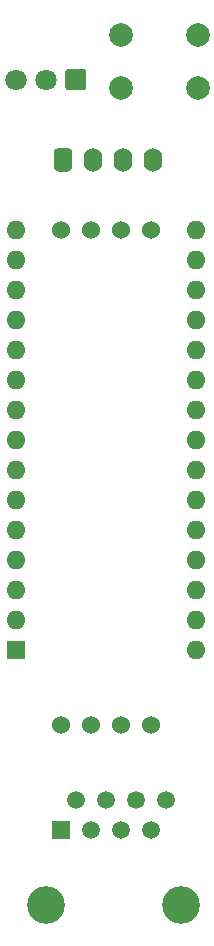
<source format=gts>
%TF.GenerationSoftware,KiCad,Pcbnew,(5.1.10-1-10_14)*%
%TF.CreationDate,2021-11-05T10:02:52+11:00*%
%TF.ProjectId,bkm10iRduino_shield,626b6d31-3069-4526-9475-696e6f5f7368,rev?*%
%TF.SameCoordinates,Original*%
%TF.FileFunction,Soldermask,Top*%
%TF.FilePolarity,Negative*%
%FSLAX46Y46*%
G04 Gerber Fmt 4.6, Leading zero omitted, Abs format (unit mm)*
G04 Created by KiCad (PCBNEW (5.1.10-1-10_14)) date 2021-11-05 10:02:52*
%MOMM*%
%LPD*%
G01*
G04 APERTURE LIST*
%ADD10C,1.524000*%
%ADD11O,1.600000X1.600000*%
%ADD12R,1.600000X1.600000*%
%ADD13C,2.000000*%
%ADD14C,1.800000*%
%ADD15C,1.500000*%
%ADD16R,1.500000X1.500000*%
%ADD17C,3.200000*%
%ADD18O,1.600000X2.000000*%
G04 APERTURE END LIST*
D10*
%TO.C,U2*%
X163830000Y-110490000D03*
X166370000Y-110490000D03*
X168910000Y-110490000D03*
X171450000Y-110490000D03*
X163830000Y-68580000D03*
X166370000Y-68580000D03*
X168910000Y-68580000D03*
X171450000Y-68580000D03*
%TD*%
D11*
%TO.C,A1*%
X175260000Y-68580000D03*
X160020000Y-68580000D03*
X175260000Y-104140000D03*
X160020000Y-71120000D03*
X175260000Y-101600000D03*
X160020000Y-73660000D03*
X175260000Y-99060000D03*
X160020000Y-76200000D03*
X175260000Y-96520000D03*
X160020000Y-78740000D03*
X175260000Y-93980000D03*
X160020000Y-81280000D03*
X175260000Y-91440000D03*
X160020000Y-83820000D03*
X175260000Y-88900000D03*
X160020000Y-86360000D03*
X175260000Y-86360000D03*
X160020000Y-88900000D03*
X175260000Y-83820000D03*
X160020000Y-91440000D03*
X175260000Y-81280000D03*
X160020000Y-93980000D03*
X175260000Y-78740000D03*
X160020000Y-96520000D03*
X175260000Y-76200000D03*
X160020000Y-99060000D03*
X175260000Y-73660000D03*
X160020000Y-101600000D03*
X175260000Y-71120000D03*
D12*
X160020000Y-104140000D03*
%TD*%
D13*
%TO.C,SW1*%
X175410000Y-52070000D03*
X175410000Y-56570000D03*
X168910000Y-52070000D03*
X168910000Y-56570000D03*
%TD*%
D14*
%TO.C,U1*%
X160020000Y-55880000D03*
X162560000Y-55880000D03*
G36*
G01*
X166000000Y-55228400D02*
X166000000Y-56531600D01*
G75*
G02*
X165751600Y-56780000I-248400J0D01*
G01*
X164448400Y-56780000D01*
G75*
G02*
X164200000Y-56531600I0J248400D01*
G01*
X164200000Y-55228400D01*
G75*
G02*
X164448400Y-54980000I248400J0D01*
G01*
X165751600Y-54980000D01*
G75*
G02*
X166000000Y-55228400I0J-248400D01*
G01*
G37*
%TD*%
D15*
%TO.C,J1*%
X172720000Y-116840000D03*
X171450000Y-119380000D03*
X170180000Y-116840000D03*
X168910000Y-119380000D03*
X167640000Y-116840000D03*
X166370000Y-119380000D03*
X165100000Y-116840000D03*
D16*
X163830000Y-119380000D03*
D17*
X162560000Y-125730000D03*
X173990000Y-125730000D03*
%TD*%
D18*
%TO.C,Brd1*%
X166560000Y-62670000D03*
G36*
G01*
X163620000Y-61670000D02*
X164420000Y-61670000D01*
G75*
G02*
X164820000Y-62070000I0J-400000D01*
G01*
X164820000Y-63270000D01*
G75*
G02*
X164420000Y-63670000I-400000J0D01*
G01*
X163620000Y-63670000D01*
G75*
G02*
X163220000Y-63270000I0J400000D01*
G01*
X163220000Y-62070000D01*
G75*
G02*
X163620000Y-61670000I400000J0D01*
G01*
G37*
X169100000Y-62670000D03*
X171640000Y-62670000D03*
%TD*%
M02*

</source>
